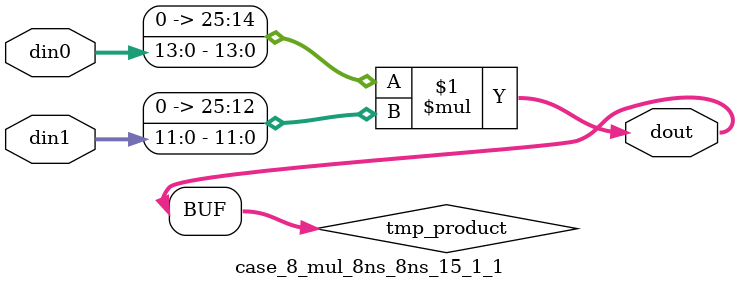
<source format=v>

`timescale 1 ns / 1 ps

 (* use_dsp = "no" *)  module case_8_mul_8ns_8ns_15_1_1(din0, din1, dout);
parameter ID = 1;
parameter NUM_STAGE = 0;
parameter din0_WIDTH = 14;
parameter din1_WIDTH = 12;
parameter dout_WIDTH = 26;

input [din0_WIDTH - 1 : 0] din0; 
input [din1_WIDTH - 1 : 0] din1; 
output [dout_WIDTH - 1 : 0] dout;

wire signed [dout_WIDTH - 1 : 0] tmp_product;
























assign tmp_product = $signed({1'b0, din0}) * $signed({1'b0, din1});











assign dout = tmp_product;





















endmodule

</source>
